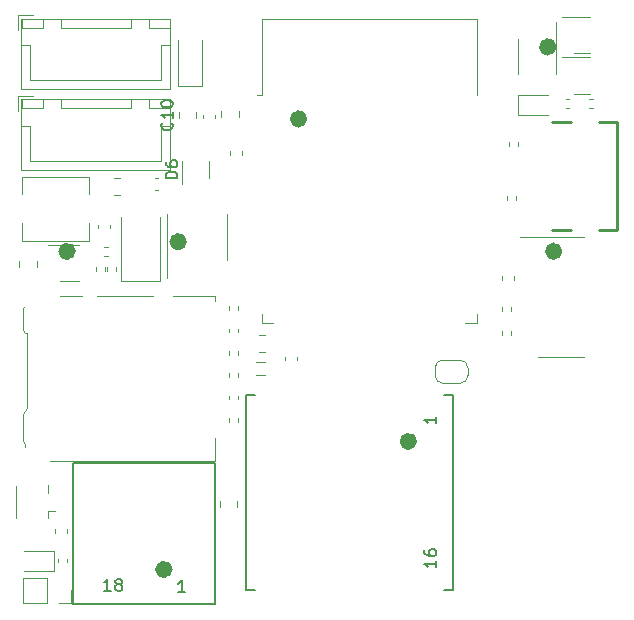
<source format=gbr>
%TF.GenerationSoftware,KiCad,Pcbnew,(6.0.0)*%
%TF.CreationDate,2022-09-29T22:13:06+02:00*%
%TF.ProjectId,bobbycar-lora-can-ethernet,626f6262-7963-4617-922d-6c6f72612d63,rev?*%
%TF.SameCoordinates,Original*%
%TF.FileFunction,Legend,Top*%
%TF.FilePolarity,Positive*%
%FSLAX46Y46*%
G04 Gerber Fmt 4.6, Leading zero omitted, Abs format (unit mm)*
G04 Created by KiCad (PCBNEW (6.0.0)) date 2022-09-29 22:13:06*
%MOMM*%
%LPD*%
G01*
G04 APERTURE LIST*
%ADD10C,0.762000*%
%ADD11C,0.150000*%
%ADD12C,0.120000*%
%ADD13C,0.250000*%
G04 APERTURE END LIST*
D10*
X14160555Y-19300000D02*
G75*
G03*
X14160555Y-19300000I-360555J0D01*
G01*
X45960555Y-20100000D02*
G75*
G03*
X45960555Y-20100000I-360555J0D01*
G01*
X33660555Y-36200000D02*
G75*
G03*
X33660555Y-36200000I-360555J0D01*
G01*
X12960555Y-47039445D02*
G75*
G03*
X12960555Y-47039445I-360555J0D01*
G01*
X4760555Y-20100000D02*
G75*
G03*
X4760555Y-20100000I-360555J0D01*
G01*
X45460555Y-2800000D02*
G75*
G03*
X45460555Y-2800000I-360555J0D01*
G01*
X24360555Y-8900000D02*
G75*
G03*
X24360555Y-8900000I-360555J0D01*
G01*
D11*
X35652380Y-34114285D02*
X35652380Y-34685714D01*
X35652380Y-34400000D02*
X34652380Y-34400000D01*
X34795238Y-34495238D01*
X34890476Y-34590476D01*
X34938095Y-34685714D01*
X8109523Y-48852380D02*
X7538095Y-48852380D01*
X7823809Y-48852380D02*
X7823809Y-47852380D01*
X7728571Y-47995238D01*
X7633333Y-48090476D01*
X7538095Y-48138095D01*
X8680952Y-48280952D02*
X8585714Y-48233333D01*
X8538095Y-48185714D01*
X8490476Y-48090476D01*
X8490476Y-48042857D01*
X8538095Y-47947619D01*
X8585714Y-47900000D01*
X8680952Y-47852380D01*
X8871428Y-47852380D01*
X8966666Y-47900000D01*
X9014285Y-47947619D01*
X9061904Y-48042857D01*
X9061904Y-48090476D01*
X9014285Y-48185714D01*
X8966666Y-48233333D01*
X8871428Y-48280952D01*
X8680952Y-48280952D01*
X8585714Y-48328571D01*
X8538095Y-48376190D01*
X8490476Y-48471428D01*
X8490476Y-48661904D01*
X8538095Y-48757142D01*
X8585714Y-48804761D01*
X8680952Y-48852380D01*
X8871428Y-48852380D01*
X8966666Y-48804761D01*
X9014285Y-48757142D01*
X9061904Y-48661904D01*
X9061904Y-48471428D01*
X9014285Y-48376190D01*
X8966666Y-48328571D01*
X8871428Y-48280952D01*
X14385714Y-48952380D02*
X13814285Y-48952380D01*
X14100000Y-48952380D02*
X14100000Y-47952380D01*
X14004761Y-48095238D01*
X13909523Y-48190476D01*
X13814285Y-48238095D01*
X35652380Y-46290476D02*
X35652380Y-46861904D01*
X35652380Y-46576190D02*
X34652380Y-46576190D01*
X34795238Y-46671428D01*
X34890476Y-46766666D01*
X34938095Y-46861904D01*
X34652380Y-45433333D02*
X34652380Y-45623809D01*
X34700000Y-45719047D01*
X34747619Y-45766666D01*
X34890476Y-45861904D01*
X35080952Y-45909523D01*
X35461904Y-45909523D01*
X35557142Y-45861904D01*
X35604761Y-45814285D01*
X35652380Y-45719047D01*
X35652380Y-45528571D01*
X35604761Y-45433333D01*
X35557142Y-45385714D01*
X35461904Y-45338095D01*
X35223809Y-45338095D01*
X35128571Y-45385714D01*
X35080952Y-45433333D01*
X35033333Y-45528571D01*
X35033333Y-45719047D01*
X35080952Y-45814285D01*
X35128571Y-45861904D01*
X35223809Y-45909523D01*
%TO.C,C10*%
X13277142Y-9242857D02*
X13324761Y-9290476D01*
X13372380Y-9433333D01*
X13372380Y-9528571D01*
X13324761Y-9671428D01*
X13229523Y-9766666D01*
X13134285Y-9814285D01*
X12943809Y-9861904D01*
X12800952Y-9861904D01*
X12610476Y-9814285D01*
X12515238Y-9766666D01*
X12420000Y-9671428D01*
X12372380Y-9528571D01*
X12372380Y-9433333D01*
X12420000Y-9290476D01*
X12467619Y-9242857D01*
X13372380Y-8290476D02*
X13372380Y-8861904D01*
X13372380Y-8576190D02*
X12372380Y-8576190D01*
X12515238Y-8671428D01*
X12610476Y-8766666D01*
X12658095Y-8861904D01*
X12372380Y-7671428D02*
X12372380Y-7576190D01*
X12420000Y-7480952D01*
X12467619Y-7433333D01*
X12562857Y-7385714D01*
X12753333Y-7338095D01*
X12991428Y-7338095D01*
X13181904Y-7385714D01*
X13277142Y-7433333D01*
X13324761Y-7480952D01*
X13372380Y-7576190D01*
X13372380Y-7671428D01*
X13324761Y-7766666D01*
X13277142Y-7814285D01*
X13181904Y-7861904D01*
X12991428Y-7909523D01*
X12753333Y-7909523D01*
X12562857Y-7861904D01*
X12467619Y-7814285D01*
X12420000Y-7766666D01*
X12372380Y-7671428D01*
%TO.C,D6*%
X13752380Y-13938095D02*
X12752380Y-13938095D01*
X12752380Y-13700000D01*
X12800000Y-13557142D01*
X12895238Y-13461904D01*
X12990476Y-13414285D01*
X13180952Y-13366666D01*
X13323809Y-13366666D01*
X13514285Y-13414285D01*
X13609523Y-13461904D01*
X13704761Y-13557142D01*
X13752380Y-13700000D01*
X13752380Y-13938095D01*
X12752380Y-12509523D02*
X12752380Y-12700000D01*
X12800000Y-12795238D01*
X12847619Y-12842857D01*
X12990476Y-12938095D01*
X13180952Y-12985714D01*
X13561904Y-12985714D01*
X13657142Y-12938095D01*
X13704761Y-12890476D01*
X13752380Y-12795238D01*
X13752380Y-12604761D01*
X13704761Y-12509523D01*
X13657142Y-12461904D01*
X13561904Y-12414285D01*
X13323809Y-12414285D01*
X13228571Y-12461904D01*
X13180952Y-12509523D01*
X13133333Y-12604761D01*
X13133333Y-12795238D01*
X13180952Y-12890476D01*
X13228571Y-12938095D01*
X13323809Y-12985714D01*
D12*
%TO.C,L3*%
X550000Y-19200000D02*
X6250000Y-19200000D01*
X550000Y-15300000D02*
X550000Y-13800000D01*
X6250000Y-19200000D02*
X6250000Y-17700000D01*
X550000Y-13800000D02*
X6250000Y-13800000D01*
X6250000Y-13800000D02*
X6250000Y-15300000D01*
X550000Y-17700000D02*
X550000Y-19200000D01*
%TO.C,C10*%
X13865000Y-8861252D02*
X13865000Y-8338748D01*
X15335000Y-8861252D02*
X15335000Y-8338748D01*
%TO.C,D6*%
X14140000Y-12500000D02*
X14140000Y-14400000D01*
X16460000Y-13900000D02*
X16460000Y-12500000D01*
%TO.C,C11*%
X6990000Y-17859420D02*
X6990000Y-18140580D01*
X8010000Y-17859420D02*
X8010000Y-18140580D01*
%TO.C,D1*%
X3300000Y-47150000D02*
X750000Y-47150000D01*
X3300000Y-47150000D02*
X3300000Y-45450000D01*
X3300000Y-45450000D02*
X750000Y-45450000D01*
%TO.C,R14*%
X41220000Y-24846359D02*
X41220000Y-25153641D01*
X41980000Y-24846359D02*
X41980000Y-25153641D01*
%TO.C,R9*%
X46943641Y-7220000D02*
X46636359Y-7220000D01*
X46943641Y-7980000D02*
X46636359Y-7980000D01*
%TO.C,U5*%
X46200000Y-18940000D02*
X48150000Y-18940000D01*
X46200000Y-29060000D02*
X44250000Y-29060000D01*
X46200000Y-29060000D02*
X48150000Y-29060000D01*
X46200000Y-18940000D02*
X42750000Y-18940000D01*
%TO.C,C9*%
X365000Y-21411252D02*
X365000Y-20888748D01*
X1835000Y-21411252D02*
X1835000Y-20888748D01*
%TO.C,BT1*%
X2700000Y-47740000D02*
X640000Y-47740000D01*
X2700000Y-49860000D02*
X640000Y-49860000D01*
X2700000Y-47740000D02*
X2700000Y-49860000D01*
X4760000Y-48800000D02*
X4760000Y-49860000D01*
X640000Y-47740000D02*
X640000Y-49860000D01*
X4760000Y-49860000D02*
X3700000Y-49860000D01*
D11*
%TO.C,U2*%
X36300000Y-32250000D02*
X37050000Y-32250000D01*
X37050000Y-48750000D02*
X36300000Y-48750000D01*
X20300000Y-32250000D02*
X19550000Y-32250000D01*
X19550000Y-32250000D02*
X19550000Y-48750000D01*
X19550000Y-48750000D02*
X20300000Y-48750000D01*
X37050000Y-32250000D02*
X37050000Y-48750000D01*
D12*
%TO.C,R21*%
X18120000Y-24756359D02*
X18120000Y-25063641D01*
X18880000Y-24756359D02*
X18880000Y-25063641D01*
%TO.C,D3*%
X13800000Y-6150000D02*
X15800000Y-6150000D01*
X13800000Y-6150000D02*
X13800000Y-2250000D01*
X15800000Y-6150000D02*
X15800000Y-2250000D01*
%TO.C,C4*%
X18935000Y-8238748D02*
X18935000Y-8761252D01*
X17465000Y-8238748D02*
X17465000Y-8761252D01*
%TO.C,L2*%
X21199622Y-29440000D02*
X20400378Y-29440000D01*
X21199622Y-30560000D02*
X20400378Y-30560000D01*
%TO.C,R10*%
X48636359Y-7220000D02*
X48943641Y-7220000D01*
X48636359Y-7980000D02*
X48943641Y-7980000D01*
%TO.C,U1*%
X20880000Y-435000D02*
X39120000Y-435000D01*
X20880000Y-6855000D02*
X20500000Y-6855000D01*
X39120000Y-26180000D02*
X38120000Y-26180000D01*
X20880000Y-435000D02*
X20880000Y-6855000D01*
X39120000Y-25400000D02*
X39120000Y-26180000D01*
X39120000Y-435000D02*
X39120000Y-6855000D01*
X20880000Y-25400000D02*
X20880000Y-26180000D01*
X20880000Y-26180000D02*
X21880000Y-26180000D01*
%TO.C,U6*%
X12840000Y-18900000D02*
X12840000Y-22350000D01*
X17960000Y-18900000D02*
X17960000Y-16950000D01*
X17960000Y-18900000D02*
X17960000Y-20850000D01*
X12840000Y-18900000D02*
X12840000Y-16950000D01*
%TO.C,C5*%
X15890000Y-8559420D02*
X15890000Y-8840580D01*
X16910000Y-8559420D02*
X16910000Y-8840580D01*
%TO.C,R25*%
X7546359Y-19720000D02*
X7853641Y-19720000D01*
X7546359Y-20480000D02*
X7853641Y-20480000D01*
%TO.C,R16*%
X18120000Y-34246359D02*
X18120000Y-34553641D01*
X18880000Y-34246359D02*
X18880000Y-34553641D01*
%TO.C,R8*%
X41620000Y-15446359D02*
X41620000Y-15753641D01*
X42380000Y-15446359D02*
X42380000Y-15753641D01*
%TO.C,R13*%
X41220000Y-26846359D02*
X41220000Y-27153641D01*
X41980000Y-26846359D02*
X41980000Y-27153641D01*
%TO.C,C1*%
X18835000Y-41238748D02*
X18835000Y-41761252D01*
X17365000Y-41238748D02*
X17365000Y-41761252D01*
%TO.C,R15*%
X6820000Y-21753641D02*
X6820000Y-21446359D01*
X7580000Y-21753641D02*
X7580000Y-21446359D01*
%TO.C,D2*%
X42600000Y-8550000D02*
X45150000Y-8550000D01*
X42600000Y-6850000D02*
X45150000Y-6850000D01*
X42600000Y-6850000D02*
X42600000Y-8550000D01*
%TO.C,R12*%
X42580000Y-10846359D02*
X42580000Y-11153641D01*
X41820000Y-10846359D02*
X41820000Y-11153641D01*
D11*
%TO.C,J3*%
X4900000Y-38000000D02*
X16900000Y-38000000D01*
X16900000Y-38000000D02*
X16900000Y-50000000D01*
X16900000Y-50000000D02*
X4900000Y-50000000D01*
X4900000Y-50000000D02*
X4900000Y-38000000D01*
D12*
%TO.C,R18*%
X18120000Y-30446359D02*
X18120000Y-30753641D01*
X18880000Y-30446359D02*
X18880000Y-30753641D01*
%TO.C,J2*%
X12400000Y-5625000D02*
X6850000Y-5625000D01*
X13160000Y-6385000D02*
X13160000Y-415000D01*
X3850000Y-1175000D02*
X9850000Y-1175000D01*
X2350000Y-425000D02*
X550000Y-425000D01*
X550000Y-425000D02*
X550000Y-1175000D01*
X13150000Y-2675000D02*
X12400000Y-2675000D01*
X13160000Y-415000D02*
X540000Y-415000D01*
X9850000Y-425000D02*
X3850000Y-425000D01*
X1300000Y-2675000D02*
X1300000Y-5625000D01*
X9850000Y-1175000D02*
X9850000Y-425000D01*
X2350000Y-1175000D02*
X2350000Y-425000D01*
X1300000Y-5625000D02*
X6850000Y-5625000D01*
X3850000Y-425000D02*
X3850000Y-1175000D01*
X13150000Y-425000D02*
X11350000Y-425000D01*
X250000Y-125000D02*
X250000Y-1375000D01*
X540000Y-6385000D02*
X13160000Y-6385000D01*
X11350000Y-1175000D02*
X13150000Y-1175000D01*
X13150000Y-1175000D02*
X13150000Y-425000D01*
X540000Y-415000D02*
X540000Y-6385000D01*
X11350000Y-425000D02*
X11350000Y-1175000D01*
X550000Y-2675000D02*
X1300000Y-2675000D01*
X550000Y-1175000D02*
X2350000Y-1175000D01*
X1500000Y-125000D02*
X250000Y-125000D01*
X12400000Y-2675000D02*
X12400000Y-5625000D01*
%TO.C,U7*%
X4600000Y-19540000D02*
X5400000Y-19540000D01*
X4600000Y-19540000D02*
X2800000Y-19540000D01*
X4600000Y-22660000D02*
X3800000Y-22660000D01*
X4600000Y-22660000D02*
X5400000Y-22660000D01*
%TO.C,C3*%
X42210000Y-22234420D02*
X42210000Y-22515580D01*
X41190000Y-22234420D02*
X41190000Y-22515580D01*
%TO.C,AE1*%
X2785000Y-42700000D02*
X2785000Y-42060000D01*
X2785000Y-42060000D02*
X3415000Y-42060000D01*
X65000Y-42650000D02*
X65000Y-39950000D01*
X2785000Y-39900000D02*
X2785000Y-40540000D01*
%TO.C,R19*%
X18120000Y-28546359D02*
X18120000Y-28853641D01*
X18880000Y-28546359D02*
X18880000Y-28853641D01*
%TO.C,D4*%
X12250000Y-22600000D02*
X12250000Y-17200000D01*
X8950000Y-22600000D02*
X8950000Y-17200000D01*
X8950000Y-22600000D02*
X12250000Y-22600000D01*
%TO.C,JP1*%
X37650000Y-31300000D02*
X36250000Y-31300000D01*
X38350000Y-30000000D02*
X38350000Y-30600000D01*
X36250000Y-29300000D02*
X37650000Y-29300000D01*
X35550000Y-30600000D02*
X35550000Y-30000000D01*
X36250000Y-29300000D02*
G75*
G03*
X35550000Y-30000000I-1J-699999D01*
G01*
X37650000Y-31300000D02*
G75*
G03*
X38350000Y-30600000I1J699999D01*
G01*
X38350000Y-30000000D02*
G75*
G03*
X37650000Y-29300000I-699999J1D01*
G01*
X35550000Y-30600000D02*
G75*
G03*
X36250000Y-31300000I699999J-1D01*
G01*
%TO.C,C13*%
X19210000Y-11940580D02*
X19210000Y-11659420D01*
X18190000Y-11940580D02*
X18190000Y-11659420D01*
%TO.C,J4*%
X16950000Y-23895000D02*
X13340000Y-23895000D01*
X680000Y-24925000D02*
X680000Y-26785000D01*
X680000Y-33875000D02*
X1030000Y-33365000D01*
X680000Y-26785000D02*
X880000Y-26995000D01*
X11640000Y-23895000D02*
X6940000Y-23895000D01*
X680000Y-24925000D02*
X880000Y-24725000D01*
X880000Y-36385000D02*
X880000Y-36645000D01*
X680000Y-36185000D02*
X680000Y-33875000D01*
X5640000Y-23895000D02*
X3840000Y-23895000D01*
X16950000Y-37865000D02*
X2940000Y-37865000D01*
X1030000Y-26995000D02*
X880000Y-26995000D01*
X680000Y-36185000D02*
X880000Y-36385000D01*
X16950000Y-35945000D02*
X16950000Y-37865000D01*
X1030000Y-26995000D02*
X1030000Y-33365000D01*
X16950000Y-24345000D02*
X16950000Y-23895000D01*
%TO.C,R17*%
X18120000Y-32653641D02*
X18120000Y-32346359D01*
X18880000Y-32653641D02*
X18880000Y-32346359D01*
%TO.C,J1*%
X540000Y-13210000D02*
X13160000Y-13210000D01*
X2350000Y-7250000D02*
X550000Y-7250000D01*
X12400000Y-12450000D02*
X6850000Y-12450000D01*
X9850000Y-7250000D02*
X3850000Y-7250000D01*
X13150000Y-9500000D02*
X12400000Y-9500000D01*
X1300000Y-12450000D02*
X6850000Y-12450000D01*
X13160000Y-13210000D02*
X13160000Y-7240000D01*
X540000Y-7240000D02*
X540000Y-13210000D01*
X12400000Y-9500000D02*
X12400000Y-12450000D01*
X1300000Y-9500000D02*
X1300000Y-12450000D01*
X9850000Y-8000000D02*
X9850000Y-7250000D01*
X13150000Y-8000000D02*
X13150000Y-7250000D01*
X13150000Y-7250000D02*
X11350000Y-7250000D01*
X550000Y-9500000D02*
X1300000Y-9500000D01*
X1500000Y-6950000D02*
X250000Y-6950000D01*
X250000Y-6950000D02*
X250000Y-8200000D01*
X3850000Y-7250000D02*
X3850000Y-8000000D01*
X11350000Y-8000000D02*
X13150000Y-8000000D01*
X13160000Y-7240000D02*
X540000Y-7240000D01*
X550000Y-8000000D02*
X2350000Y-8000000D01*
X3850000Y-8000000D02*
X9850000Y-8000000D01*
X550000Y-7250000D02*
X550000Y-8000000D01*
X11350000Y-7250000D02*
X11350000Y-8000000D01*
X2350000Y-8000000D02*
X2350000Y-7250000D01*
%TO.C,C6*%
X23910000Y-29340580D02*
X23910000Y-29059420D01*
X22890000Y-29340580D02*
X22890000Y-29059420D01*
%TO.C,R1*%
X3620000Y-46146359D02*
X3620000Y-46453641D01*
X4380000Y-46146359D02*
X4380000Y-46453641D01*
%TO.C,Q2*%
X48000000Y-6760000D02*
X47350000Y-6760000D01*
X48000000Y-3640000D02*
X48650000Y-3640000D01*
X48000000Y-3640000D02*
X46325000Y-3640000D01*
X48000000Y-6760000D02*
X48650000Y-6760000D01*
%TO.C,L1*%
X3390000Y-43637221D02*
X3390000Y-43962779D01*
X4410000Y-43637221D02*
X4410000Y-43962779D01*
%TO.C,Q1*%
X48000000Y-3360000D02*
X47350000Y-3360000D01*
X48000000Y-240000D02*
X46325000Y-240000D01*
X48000000Y-240000D02*
X48650000Y-240000D01*
X48000000Y-3360000D02*
X48650000Y-3360000D01*
%TO.C,C12*%
X8338748Y-13865000D02*
X8861252Y-13865000D01*
X8338748Y-15335000D02*
X8861252Y-15335000D01*
%TO.C,R24*%
X8580000Y-21446359D02*
X8580000Y-21753641D01*
X7820000Y-21446359D02*
X7820000Y-21753641D01*
%TO.C,R20*%
X18120000Y-26646359D02*
X18120000Y-26953641D01*
X18880000Y-26646359D02*
X18880000Y-26953641D01*
D13*
%TO.C,USBC1*%
X49452500Y-18265000D02*
X50982500Y-18265000D01*
X45452500Y-9125000D02*
X47102500Y-9125000D01*
X50982500Y-9125000D02*
X49452500Y-9125000D01*
X50982500Y-18265000D02*
X50982500Y-9125000D01*
X45452500Y-18265000D02*
X47102500Y-18265000D01*
D12*
%TO.C,U3*%
X45810000Y-3600000D02*
X45810000Y-675000D01*
X42590000Y-3600000D02*
X42590000Y-5100000D01*
X42590000Y-3600000D02*
X42590000Y-2100000D01*
X45810000Y-3600000D02*
X45810000Y-5100000D01*
%TO.C,C8*%
X11859420Y-13890000D02*
X12140580Y-13890000D01*
X11859420Y-14910000D02*
X12140580Y-14910000D01*
%TO.C,C7*%
X20638748Y-27165000D02*
X21161252Y-27165000D01*
X20638748Y-28635000D02*
X21161252Y-28635000D01*
%TD*%
M02*

</source>
